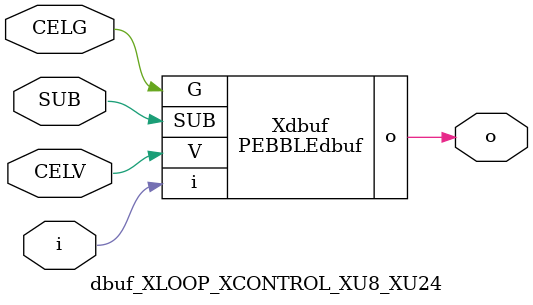
<source format=v>



module PEBBLEdbuf ( o, G, SUB, V, i );

  input V;
  input i;
  input G;
  output o;
  input SUB;
endmodule

//Celera Confidential Do Not Copy dbuf_XLOOP_XCONTROL_XU8_XU24
//Celera Confidential Symbol Generator
//Digital Buffer
module dbuf_XLOOP_XCONTROL_XU8_XU24 (CELV,CELG,i,o,SUB);
input CELV;
input CELG;
input i;
input SUB;
output o;

//Celera Confidential Do Not Copy dbuf
PEBBLEdbuf Xdbuf(
.V (CELV),
.i (i),
.o (o),
.SUB (SUB),
.G (CELG)
);
//,diesize,PEBBLEdbuf

//Celera Confidential Do Not Copy Module End
//Celera Schematic Generator
endmodule

</source>
